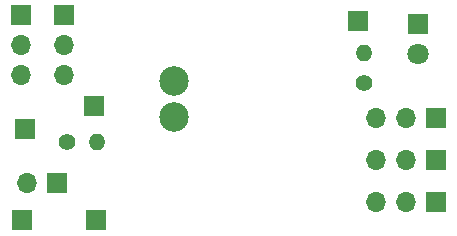
<source format=gbr>
%TF.GenerationSoftware,KiCad,Pcbnew,8.0.0*%
%TF.CreationDate,2024-03-06T11:50:55-05:00*%
%TF.ProjectId,sensobot,73656e73-6f62-46f7-942e-6b696361645f,rev?*%
%TF.SameCoordinates,Original*%
%TF.FileFunction,Soldermask,Bot*%
%TF.FilePolarity,Negative*%
%FSLAX46Y46*%
G04 Gerber Fmt 4.6, Leading zero omitted, Abs format (unit mm)*
G04 Created by KiCad (PCBNEW 8.0.0) date 2024-03-06 11:50:55*
%MOMM*%
%LPD*%
G01*
G04 APERTURE LIST*
%ADD10R,1.700000X1.700000*%
%ADD11O,1.700000X1.700000*%
%ADD12C,1.400000*%
%ADD13O,1.400000X1.400000*%
%ADD14R,1.800000X1.800000*%
%ADD15C,1.800000*%
%ADD16C,2.500000*%
G04 APERTURE END LIST*
D10*
%TO.C,J1*%
X124115000Y-85348000D03*
D11*
X121575000Y-85348000D03*
%TD*%
D10*
%TO.C,J10*%
X127412000Y-88523000D03*
%TD*%
%TO.C,J9*%
X121189000Y-88523000D03*
%TD*%
D12*
%TO.C,R2*%
X124922000Y-81919000D03*
D13*
X127462000Y-81919000D03*
%TD*%
%TO.C,R1*%
X150145000Y-74376000D03*
D12*
X150145000Y-76916000D03*
%TD*%
D10*
%TO.C,J11*%
X149637000Y-71632000D03*
%TD*%
%TO.C,J8*%
X127285000Y-78871000D03*
%TD*%
%TO.C,J7*%
X156226000Y-86999000D03*
D11*
X153686000Y-86999000D03*
X151146000Y-86999000D03*
%TD*%
%TO.C,J6*%
X151146000Y-83443000D03*
X153686000Y-83443000D03*
D10*
X156226000Y-83443000D03*
%TD*%
%TO.C,J5*%
X121062000Y-71139000D03*
D11*
X121062000Y-73679000D03*
X121062000Y-76219000D03*
%TD*%
D10*
%TO.C,J4*%
X121443000Y-80776000D03*
%TD*%
%TO.C,J3*%
X124745000Y-71139000D03*
D11*
X124745000Y-73679000D03*
X124745000Y-76219000D03*
%TD*%
%TO.C,J2*%
X151146000Y-79887000D03*
X153686000Y-79887000D03*
D10*
X156226000Y-79887000D03*
%TD*%
D14*
%TO.C,D1*%
X154717000Y-71881000D03*
D15*
X154717000Y-74421000D03*
%TD*%
D16*
%TO.C,U1*%
X134043500Y-76739250D03*
X134043500Y-79739250D03*
%TD*%
M02*

</source>
